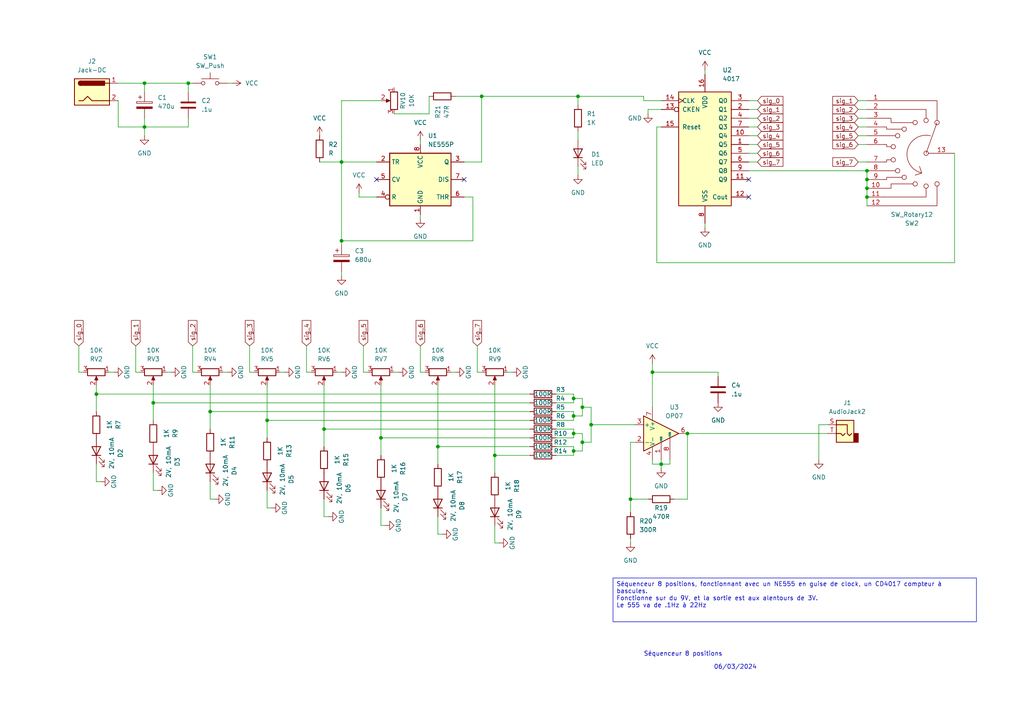
<source format=kicad_sch>
(kicad_sch (version 20231120) (generator "eeschema") (generator_version "8.0")
  (paper "A4")
  (lib_symbols
    (symbol "4xxx:4017" (pin_names (offset 1.016))
      (property "Reference" "U" (at -7.62 16.51 0))
      (property "Value" "4017" (at -7.62 -19.05 0))
      (symbol "4017_1_0"
        (pin output line (at 12.7 0 180) (length 5.08) (name "Q5") (number "1"))
        (pin output line (at 12.7 2.54 180) (length 5.08) (name "Q4") (number "10"))
        (pin output line (at 12.7 -10.16 180) (length 5.08) (name "Q9") (number "11"))
        (pin output line (at 12.7 -15.24 180) (length 5.08) (name "Cout") (number "12"))
        (pin input inverted (at -12.7 10.16 0) (length 5.08) (name "CKEN") (number "13"))
        (pin input clock (at -12.7 12.7 0) (length 5.08) (name "CLK") (number "14"))
        (pin input line (at -12.7 5.08 0) (length 5.08) (name "Reset") (number "15"))
        (pin power_in line (at 0 20.32 270) (length 5.08) (name "VDD") (number "16"))
        (pin output line (at 12.7 10.16 180) (length 5.08) (name "Q1") (number "2"))
        (pin output line (at 12.7 12.7 180) (length 5.08) (name "Q0") (number "3"))
        (pin output line (at 12.7 7.62 180) (length 5.08) (name "Q2") (number "4"))
        (pin output line (at 12.7 -2.54 180) (length 5.08) (name "Q6") (number "5"))
        (pin output line (at 12.7 -5.08 180) (length 5.08) (name "Q7") (number "6"))
        (pin output line (at 12.7 5.08 180) (length 5.08) (name "Q3") (number "7"))
        (pin power_in line (at 0 -22.86 90) (length 5.08) (name "VSS") (number "8"))
        (pin output line (at 12.7 -7.62 180) (length 5.08) (name "Q8") (number "9"))
      )
      (symbol "4017_1_1"
        (rectangle (start -7.62 15.24) (end 7.62 -17.78) (stroke (width 0.254)) (fill (type background)))
      )
    )
    (symbol "Amplifier_Operational:OP07" (pin_names (offset 0.127))
      (property "Reference" "U" (at 1.27 6.35 0))
      (property "Value" "OP07" (at 1.27 3.81 0))
      (symbol "OP07_0_1"
        (polyline (pts (xy -5.08 5.08) (xy 5.08 0) (xy -5.08 -5.08) (xy -5.08 5.08)) (stroke (width 0.254)) (fill (type background)))
      )
      (symbol "OP07_1_1"
        (pin input line (at 0 -7.62 90) (length 5.08) (name "VOS") (number "1"))
        (pin input line (at -7.62 -2.54 0) (length 2.54) (name "-") (number "2"))
        (pin input line (at -7.62 2.54 0) (length 2.54) (name "+") (number "3"))
        (pin power_in line (at -2.54 -7.62 90) (length 3.81) (name "V-") (number "4"))
        (pin no_connect line (at 0 2.54 270) (length 2.54) hide (name "NC") (number "5"))
        (pin output line (at 7.62 0 180) (length 2.54) (name "~") (number "6"))
        (pin power_in line (at -2.54 7.62 270) (length 3.81) (name "V+") (number "7"))
        (pin input line (at 2.54 -7.62 90) (length 6.35) (name "VOS") (number "8"))
      )
    )
    (symbol "Connector:Jack-DC" (pin_names (offset 1.016))
      (property "Reference" "J" (at 0 5.334 0))
      (property "Value" "Jack-DC" (at 0 -5.08 0))
      (symbol "Jack-DC_0_1"
        (rectangle (start -5.08 3.81) (end 5.08 -3.81) (stroke (width 0.254)) (fill (type background)))
        (arc (start -3.302 3.175) (mid -3.9343 2.54) (end -3.302 1.905) (stroke (width 0.254)))
        (arc (start -3.302 3.175) (mid -3.9343 2.54) (end -3.302 1.905) (stroke (width 0.254)) (fill (type outline)))
        (polyline (pts (xy 5.08 2.54) (xy 3.81 2.54)) (stroke (width 0.254)))
        (polyline (pts (xy -3.81 -2.54) (xy -2.54 -2.54) (xy -1.27 -1.27) (xy 0 -2.54) (xy 2.54 -2.54) (xy 5.08 -2.54)) (stroke (width 0.254)))
        (rectangle (start 3.683 3.175) (end -3.302 1.905) (stroke (width 0.254)) (fill (type outline)))
      )
      (symbol "Jack-DC_1_1"
        (pin passive line (at 7.62 2.54 180) (length 2.54) (name "~") (number "1"))
        (pin passive line (at 7.62 -2.54 180) (length 2.54) (name "~") (number "2"))
      )
    )
    (symbol "Connector_Audio:AudioJack2"
      (property "Reference" "J" (at 0 8.89 0))
      (property "Value" "AudioJack2" (at 0 6.35 0))
      (symbol "AudioJack2_0_1"
        (rectangle (start -3.81 0) (end -2.54 -2.54) (stroke (width 0.254)) (fill (type outline)))
        (rectangle (start -2.54 3.81) (end 2.54 -2.54) (stroke (width 0.254)) (fill (type background)))
        (polyline (pts (xy 0 0) (xy 0.635 -0.635) (xy 1.27 0) (xy 2.54 0)) (stroke (width 0.254)))
        (polyline (pts (xy 2.54 2.54) (xy -0.635 2.54) (xy -0.635 0) (xy -1.27 -0.635) (xy -1.905 0)) (stroke (width 0.254)))
      )
      (symbol "AudioJack2_1_1"
        (pin passive line (at 5.08 2.54 180) (length 2.54) (name "~") (number "S"))
        (pin passive line (at 5.08 0 180) (length 2.54) (name "~") (number "T"))
      )
    )
    (symbol "Device:C" (pin_numbers hide) (pin_names (offset 0.254))
      (property "Reference" "C" (at 0.635 2.54 0))
      (property "Value" "C" (at 0.635 -2.54 0))
      (symbol "C_0_1"
        (polyline (pts (xy -2.032 -0.762) (xy 2.032 -0.762)) (stroke (width 0.508)))
        (polyline (pts (xy -2.032 0.762) (xy 2.032 0.762)) (stroke (width 0.508)))
      )
      (symbol "C_1_1"
        (pin passive line (at 0 3.81 270) (length 2.794) (name "~") (number "1"))
        (pin passive line (at 0 -3.81 90) (length 2.794) (name "~") (number "2"))
      )
    )
    (symbol "Device:C_Polarized" (pin_numbers hide) (pin_names (offset 0.254))
      (property "Reference" "C" (at 0.635 2.54 0))
      (property "Value" "C_Polarized" (at 0.635 -2.54 0))
      (symbol "C_Polarized_0_1"
        (rectangle (start -2.286 0.508) (end 2.286 1.016))
        (polyline (pts (xy -1.778 2.286) (xy -0.762 2.286)))
        (polyline (pts (xy -1.27 2.794) (xy -1.27 1.778)))
        (rectangle (start 2.286 -0.508) (end -2.286 -1.016) (fill (type outline)))
      )
      (symbol "C_Polarized_1_1"
        (pin passive line (at 0 3.81 270) (length 2.794) (name "~") (number "1"))
        (pin passive line (at 0 -3.81 90) (length 2.794) (name "~") (number "2"))
      )
    )
    (symbol "Device:LED" (pin_numbers hide) (pin_names (offset 1.016) hide)
      (property "Reference" "D" (at 0 2.54 0))
      (property "Value" "LED" (at 0 -2.54 0))
      (symbol "LED_0_1"
        (polyline (pts (xy -1.27 -1.27) (xy -1.27 1.27)) (stroke (width 0.254)))
        (polyline (pts (xy -1.27 0) (xy 1.27 0)))
        (polyline (pts (xy 1.27 -1.27) (xy 1.27 1.27) (xy -1.27 0) (xy 1.27 -1.27)) (stroke (width 0.254)))
        (polyline (pts (xy -3.048 -0.762) (xy -4.572 -2.286) (xy -3.81 -2.286) (xy -4.572 -2.286) (xy -4.572 -1.524)))
        (polyline (pts (xy -1.778 -0.762) (xy -3.302 -2.286) (xy -2.54 -2.286) (xy -3.302 -2.286) (xy -3.302 -1.524)))
      )
      (symbol "LED_1_1"
        (pin passive line (at -3.81 0 0) (length 2.54) (name "K") (number "1"))
        (pin passive line (at 3.81 0 180) (length 2.54) (name "A") (number "2"))
      )
    )
    (symbol "Device:R" (pin_numbers hide) (pin_names (offset 0))
      (property "Reference" "R" (at 2.032 0 90))
      (property "Value" "R" (at 0 0 90))
      (symbol "R_0_1"
        (rectangle (start -1.016 -2.54) (end 1.016 2.54) (stroke (width 0.254)))
      )
      (symbol "R_1_1"
        (pin passive line (at 0 3.81 270) (length 1.27) (name "~") (number "1"))
        (pin passive line (at 0 -3.81 90) (length 1.27) (name "~") (number "2"))
      )
    )
    (symbol "Device:R_Potentiometer" (pin_names (offset 1.016) hide)
      (property "Reference" "RV" (at -4.445 0 90))
      (property "Value" "R_Potentiometer" (at -2.54 0 90))
      (symbol "R_Potentiometer_0_1"
        (polyline (pts (xy 2.54 0) (xy 1.524 0)))
        (polyline (pts (xy 1.143 0) (xy 2.286 0.508) (xy 2.286 -0.508) (xy 1.143 0)) (fill (type outline)))
        (rectangle (start 1.016 2.54) (end -1.016 -2.54) (stroke (width 0.254)))
      )
      (symbol "R_Potentiometer_1_1"
        (pin passive line (at 0 3.81 270) (length 1.27) (name "1") (number "1"))
        (pin passive line (at 3.81 0 180) (length 1.27) (name "2") (number "2"))
        (pin passive line (at 0 -3.81 90) (length 1.27) (name "3") (number "3"))
      )
    )
    (symbol "Switch:SW_Push" (pin_numbers hide) (pin_names (offset 1.016) hide)
      (property "Reference" "SW" (at 1.27 2.54 0))
      (property "Value" "SW_Push" (at 0 -1.524 0))
      (symbol "SW_Push_0_1"
        (circle (center -2.032 0) (radius 0.508))
        (polyline (pts (xy 0 1.27) (xy 0 3.048)))
        (polyline (pts (xy 2.54 1.27) (xy -2.54 1.27)))
        (circle (center 2.032 0) (radius 0.508))
        (pin passive line (at -5.08 0 0) (length 2.54) (name "1") (number "1"))
        (pin passive line (at 5.08 0 180) (length 2.54) (name "2") (number "2"))
      )
    )
    (symbol "Switch:SW_Rotary12" (pin_names (offset 1.016) hide)
      (property "Reference" "SW" (at 0 17.78 0))
      (property "Value" "SW_Rotary12" (at 0 -17.78 0))
      (symbol "SW_Rotary12_0_0"
        (circle (center -10.16 -8.89) (radius 0.635))
        (circle (center -10.16 8.89) (radius 0.635))
        (circle (center -6.985 -9.525) (radius 0.635))
        (circle (center -6.985 0) (radius 0.635))
        (circle (center -6.985 9.525) (radius 0.635))
        (arc (start -5.715 -5.715) (mid -1.5995 0.937) (end -8.255 5.08))
        (circle (center -3.81 -8.89) (radius 0.635))
        (circle (center -3.81 8.89) (radius 0.635))
        (circle (center -0.635 -6.985) (radius 0.635))
        (circle (center -0.635 6.985) (radius 0.635))
        (polyline (pts (xy -6.985 0) (xy -10.16 8.89)))
        (polyline (pts (xy -5.715 -5.715) (xy -5.08 -3.81)))
        (polyline (pts (xy -5.715 -5.715) (xy -3.81 -6.35)))
        (polyline (pts (xy 1.905 -5.08) (xy 5.08 -5.08)))
        (polyline (pts (xy 1.905 5.08) (xy 5.08 5.08)))
        (polyline (pts (xy -10.16 -9.525) (xy -10.16 -15.24) (xy 5.08 -15.24)))
        (polyline (pts (xy -10.16 9.525) (xy -10.16 15.24) (xy 5.08 15.24)))
        (polyline (pts (xy -6.985 -10.16) (xy -6.985 -12.7) (xy 5.08 -12.7)))
        (polyline (pts (xy -6.985 10.16) (xy -6.985 12.7) (xy 5.08 12.7)))
        (polyline (pts (xy -3.175 -8.89) (xy 3.175 -8.89) (xy 3.175 -10.16) (xy 5.08 -10.16)))
        (polyline (pts (xy -3.175 8.89) (xy 3.175 8.89) (xy 3.175 10.16) (xy 5.08 10.16)))
        (polyline (pts (xy 0 -6.985) (xy 4.445 -6.985) (xy 4.445 -7.62) (xy 5.08 -7.62)))
        (polyline (pts (xy 0 6.985) (xy 4.445 6.985) (xy 4.445 7.62) (xy 5.08 7.62)))
        (polyline (pts (xy 3.175 -1.905) (xy 4.445 -1.905) (xy 4.445 -2.54) (xy 5.08 -2.54)))
        (polyline (pts (xy 3.175 1.905) (xy 4.445 1.905) (xy 4.445 2.54) (xy 5.08 2.54)))
        (circle (center 1.27 -5.08) (radius 0.635))
        (circle (center 1.27 5.08) (radius 0.635))
        (circle (center 2.54 -1.905) (radius 0.635))
        (circle (center 2.54 1.905) (radius 0.635))
      )
      (symbol "SW_Rotary12_0_1"
        (pin passive line (at 10.16 15.24 180) (length 5.08) (name "1") (number "1"))
        (pin passive line (at 10.16 -10.16 180) (length 5.08) (name "10") (number "10"))
        (pin passive line (at 10.16 -12.7 180) (length 5.08) (name "11") (number "11"))
        (pin passive line (at 10.16 -15.24 180) (length 5.08) (name "12") (number "12"))
        (pin passive line (at -15.24 0 0) (length 7.62) (name "13") (number "13"))
        (pin passive line (at 10.16 12.7 180) (length 5.08) (name "2") (number "2"))
        (pin passive line (at 10.16 10.16 180) (length 5.08) (name "3") (number "3"))
        (pin passive line (at 10.16 7.62 180) (length 5.08) (name "4") (number "4"))
        (pin passive line (at 10.16 5.08 180) (length 5.08) (name "5") (number "5"))
        (pin passive line (at 10.16 2.54 180) (length 5.08) (name "6") (number "6"))
        (pin passive line (at 10.16 -2.54 180) (length 5.08) (name "7") (number "7"))
        (pin passive line (at 10.16 -5.08 180) (length 5.08) (name "8") (number "8"))
        (pin passive line (at 10.16 -7.62 180) (length 5.08) (name "9") (number "9"))
      )
    )
    (symbol "Timer:NE555P"
      (property "Reference" "U" (at -10.16 8.89 0))
      (property "Value" "NE555P" (at 2.54 8.89 0))
      (symbol "NE555P_0_0"
        (pin power_in line (at 0 -10.16 90) (length 2.54) (name "GND") (number "1"))
        (pin power_in line (at 0 10.16 270) (length 2.54) (name "VCC") (number "8"))
      )
      (symbol "NE555P_0_1"
        (rectangle (start -8.89 -7.62) (end 8.89 7.62) (stroke (width 0.254)) (fill (type background)))
        (rectangle (start -8.89 -7.62) (end 8.89 7.62) (stroke (width 0.254)) (fill (type background)))
      )
      (symbol "NE555P_1_1"
        (pin input line (at -12.7 5.08 0) (length 3.81) (name "TR") (number "2"))
        (pin output line (at 12.7 5.08 180) (length 3.81) (name "Q") (number "3"))
        (pin input inverted (at -12.7 -5.08 0) (length 3.81) (name "R") (number "4"))
        (pin input line (at -12.7 0 0) (length 3.81) (name "CV") (number "5"))
        (pin input line (at 12.7 -5.08 180) (length 3.81) (name "THR") (number "6"))
        (pin input line (at 12.7 0 180) (length 3.81) (name "DIS") (number "7"))
      )
    )
    (symbol "VCC_1" (power) (pin_numbers hide) (pin_names (offset 0) hide)
      (property "Value" "VCC" (at 0 3.556 0))
      (symbol "VCC_1_0_1"
        (polyline (pts (xy -0.762 1.27) (xy 0 2.54)))
        (polyline (pts (xy 0 0) (xy 0 2.54)))
        (polyline (pts (xy 0 2.54) (xy 0.762 1.27)))
      )
      (symbol "VCC_1_1_1"
        (pin power_in line (at 0 0 90) (length 0) (name "~") (number "1"))
      )
    )
    (symbol "power:GND" (power) (pin_names (offset 0))
      (property "Value" "GND" (at 0 -3.81 0))
      (symbol "GND_0_1"
        (polyline (pts (xy 0 0) (xy 0 -1.27) (xy 1.27 -1.27) (xy 0 -2.54) (xy -1.27 -1.27) (xy 0 -1.27)))
      )
      (symbol "GND_1_1"
        (pin power_in line (at 0 0 270) (length 0) hide (name "GND") (number "1"))
      )
    )
    (symbol "power:VCC" (power) (pin_names (offset 0))
      (property "Value" "VCC" (at 0 3.81 0))
      (symbol "VCC_0_1"
        (polyline (pts (xy -0.762 1.27) (xy 0 2.54)))
        (polyline (pts (xy 0 0) (xy 0 2.54)))
        (polyline (pts (xy 0 2.54) (xy 0.762 1.27)))
      )
      (symbol "VCC_1_1"
        (pin power_in line (at 0 0 90) (length 0) hide (name "VCC") (number "1"))
      )
    )
  )
  (junction (at 54.61 24.13))
  (junction (at 166.37 125.73))
  (junction (at 27.94 114.3))
  (junction (at 171.45 123.19))
  (junction (at 182.88 144.78))
  (junction (at 166.37 115.57))
  (junction (at 189.23 107.95))
  (junction (at 166.37 120.65))
  (junction (at 251.46 49.53))
  (junction (at 139.7 27.94))
  (junction (at 127 129.54))
  (junction (at 167.64 27.94))
  (junction (at 168.91 128.27))
  (junction (at 99.06 69.85))
  (junction (at 60.96 119.38))
  (junction (at 77.47 121.92))
  (junction (at 251.46 52.07))
  (junction (at 168.91 118.11))
  (junction (at 251.46 57.15))
  (junction (at 251.46 54.61))
  (junction (at 143.51 132.08))
  (junction (at 44.45 116.84))
  (junction (at 110.49 127))
  (junction (at 99.06 46.99))
  (junction (at 41.91 24.13))
  (junction (at 93.98 124.46))
  (junction (at 199.39 125.73))
  (junction (at 41.91 36.83))
  (junction (at 166.37 130.81))
  (junction (at 191.77 134.62))
  (no_connect (at 109.22 52.07))
  (no_connect (at 217.17 57.15))
  (no_connect (at 134.62 52.07))
  (no_connect (at 217.17 52.07))
  (wire (pts (xy 237.49 123.19) (xy 237.49 133.35)))
  (wire (pts (xy 110.49 29.21) (xy 99.06 29.21)))
  (wire (pts (xy 199.39 125.73) (xy 240.03 125.73)))
  (wire (pts (xy 186.69 27.94) (xy 186.69 29.21)))
  (wire (pts (xy 168.91 125.73) (xy 168.91 128.27)))
  (wire (pts (xy 99.06 29.21) (xy 99.06 46.99)))
  (wire (pts (xy 186.69 29.21) (xy 191.77 29.21)))
  (wire (pts (xy 248.92 31.75) (xy 251.46 31.75)))
  (wire (pts (xy 147.32 107.95) (xy 148.59 107.95)))
  (wire (pts (xy 34.29 36.83) (xy 41.91 36.83)))
  (wire (pts (xy 166.37 116.84) (xy 161.29 116.84)))
  (wire (pts (xy 54.61 26.67) (xy 54.61 24.13)))
  (wire (pts (xy 171.45 123.19) (xy 184.15 123.19)))
  (wire (pts (xy 143.51 157.48) (xy 143.51 152.4)))
  (wire (pts (xy 93.98 124.46) (xy 93.98 129.54)))
  (wire (pts (xy 168.91 115.57) (xy 168.91 118.11)))
  (wire (pts (xy 127 154.94) (xy 127 149.86)))
  (wire (pts (xy 189.23 134.62) (xy 191.77 134.62)))
  (wire (pts (xy 41.91 34.29) (xy 41.91 36.83)))
  (wire (pts (xy 104.14 55.88) (xy 104.14 57.15)))
  (wire (pts (xy 251.46 57.15) (xy 251.46 59.69)))
  (wire (pts (xy 161.29 114.3) (xy 166.37 114.3)))
  (wire (pts (xy 182.88 156.21) (xy 182.88 157.48)))
  (wire (pts (xy 204.47 20.32) (xy 204.47 21.59)))
  (wire (pts (xy 167.64 27.94) (xy 167.64 30.48)))
  (wire (pts (xy 88.9 100.33) (xy 88.9 107.95)))
  (wire (pts (xy 54.61 36.83) (xy 54.61 34.29)))
  (wire (pts (xy 248.92 34.29) (xy 251.46 34.29)))
  (wire (pts (xy 217.17 49.53) (xy 251.46 49.53)))
  (wire (pts (xy 27.94 114.3) (xy 27.94 119.38)))
  (wire (pts (xy 168.91 120.65) (xy 166.37 120.65)))
  (wire (pts (xy 189.23 133.35) (xy 189.23 134.62)))
  (wire (pts (xy 39.37 107.95) (xy 40.64 107.95)))
  (wire (pts (xy 127 129.54) (xy 153.67 129.54)))
  (wire (pts (xy 190.5 36.83) (xy 191.77 36.83)))
  (wire (pts (xy 99.06 69.85) (xy 99.06 71.12)))
  (wire (pts (xy 81.28 107.95) (xy 82.55 107.95)))
  (wire (pts (xy 110.49 127) (xy 153.67 127)))
  (wire (pts (xy 34.29 29.21) (xy 34.29 36.83)))
  (wire (pts (xy 105.41 100.33) (xy 105.41 107.95)))
  (wire (pts (xy 88.9 107.95) (xy 90.17 107.95)))
  (wire (pts (xy 189.23 105.41) (xy 189.23 107.95)))
  (wire (pts (xy 187.96 144.78) (xy 182.88 144.78)))
  (wire (pts (xy 66.04 24.13) (xy 67.31 24.13)))
  (wire (pts (xy 161.29 129.54) (xy 166.37 129.54)))
  (wire (pts (xy 276.86 44.45) (xy 276.86 76.2)))
  (wire (pts (xy 44.45 142.24) (xy 44.45 137.16)))
  (wire (pts (xy 121.92 62.23) (xy 121.92 63.5)))
  (wire (pts (xy 166.37 120.65) (xy 166.37 121.92)))
  (wire (pts (xy 41.91 36.83) (xy 54.61 36.83)))
  (wire (pts (xy 64.77 107.95) (xy 66.04 107.95)))
  (wire (pts (xy 137.16 57.15) (xy 137.16 69.85)))
  (wire (pts (xy 248.92 39.37) (xy 251.46 39.37)))
  (wire (pts (xy 44.45 111.76) (xy 44.45 116.84)))
  (wire (pts (xy 77.47 121.92) (xy 77.47 127)))
  (wire (pts (xy 143.51 132.08) (xy 143.51 137.16)))
  (wire (pts (xy 121.92 100.33) (xy 121.92 107.95)))
  (wire (pts (xy 114.3 107.95) (xy 115.57 107.95)))
  (wire (pts (xy 143.51 132.08) (xy 153.67 132.08)))
  (wire (pts (xy 93.98 124.46) (xy 153.67 124.46)))
  (wire (pts (xy 217.17 39.37) (xy 219.71 39.37)))
  (wire (pts (xy 77.47 111.76) (xy 77.47 121.92)))
  (wire (pts (xy 182.88 144.78) (xy 182.88 148.59)))
  (wire (pts (xy 251.46 54.61) (xy 251.46 57.15)))
  (wire (pts (xy 204.47 64.77) (xy 204.47 66.04)))
  (wire (pts (xy 217.17 44.45) (xy 219.71 44.45)))
  (wire (pts (xy 130.81 107.95) (xy 132.08 107.95)))
  (wire (pts (xy 168.91 118.11) (xy 171.45 118.11)))
  (wire (pts (xy 194.31 133.35) (xy 194.31 134.62)))
  (wire (pts (xy 27.94 139.7) (xy 29.21 139.7)))
  (wire (pts (xy 153.67 116.84) (xy 44.45 116.84)))
  (wire (pts (xy 167.64 48.26) (xy 167.64 50.8)))
  (wire (pts (xy 110.49 111.76) (xy 110.49 127)))
  (wire (pts (xy 124.46 33.02) (xy 124.46 27.94)))
  (wire (pts (xy 44.45 142.24) (xy 45.72 142.24)))
  (wire (pts (xy 132.08 27.94) (xy 139.7 27.94)))
  (wire (pts (xy 99.06 69.85) (xy 137.16 69.85)))
  (wire (pts (xy 191.77 135.89) (xy 191.77 134.62)))
  (wire (pts (xy 161.29 121.92) (xy 166.37 121.92)))
  (wire (pts (xy 39.37 100.33) (xy 39.37 107.95)))
  (wire (pts (xy 248.92 36.83) (xy 251.46 36.83)))
  (wire (pts (xy 99.06 78.74) (xy 99.06 80.01)))
  (wire (pts (xy 166.37 114.3) (xy 166.37 115.57)))
  (wire (pts (xy 60.96 144.78) (xy 60.96 139.7)))
  (wire (pts (xy 161.29 132.08) (xy 166.37 132.08)))
  (wire (pts (xy 167.64 27.94) (xy 186.69 27.94)))
  (wire (pts (xy 199.39 125.73) (xy 199.39 144.78)))
  (wire (pts (xy 134.62 57.15) (xy 137.16 57.15)))
  (wire (pts (xy 138.43 107.95) (xy 139.7 107.95)))
  (wire (pts (xy 189.23 107.95) (xy 189.23 118.11)))
  (wire (pts (xy 166.37 130.81) (xy 168.91 130.81)))
  (wire (pts (xy 167.64 38.1) (xy 167.64 40.64)))
  (wire (pts (xy 127 129.54) (xy 127 134.62)))
  (wire (pts (xy 110.49 152.4) (xy 110.49 147.32)))
  (wire (pts (xy 60.96 144.78) (xy 62.23 144.78)))
  (wire (pts (xy 27.94 139.7) (xy 27.94 134.62)))
  (wire (pts (xy 166.37 130.81) (xy 166.37 132.08)))
  (wire (pts (xy 97.79 107.95) (xy 99.06 107.95)))
  (wire (pts (xy 31.75 107.95) (xy 33.02 107.95)))
  (wire (pts (xy 248.92 46.99) (xy 251.46 46.99)))
  (wire (pts (xy 166.37 124.46) (xy 166.37 125.73)))
  (wire (pts (xy 143.51 157.48) (xy 144.78 157.48)))
  (wire (pts (xy 139.7 27.94) (xy 167.64 27.94)))
  (wire (pts (xy 191.77 133.35) (xy 191.77 134.62)))
  (wire (pts (xy 171.45 128.27) (xy 168.91 128.27)))
  (wire (pts (xy 60.96 111.76) (xy 60.96 119.38)))
  (wire (pts (xy 248.92 41.91) (xy 251.46 41.91)))
  (wire (pts (xy 134.62 46.99) (xy 139.7 46.99)))
  (wire (pts (xy 182.88 128.27) (xy 182.88 144.78)))
  (wire (pts (xy 105.41 107.95) (xy 106.68 107.95)))
  (wire (pts (xy 276.86 76.2) (xy 190.5 76.2)))
  (wire (pts (xy 77.47 147.32) (xy 78.74 147.32)))
  (wire (pts (xy 60.96 119.38) (xy 60.96 124.46)))
  (wire (pts (xy 217.17 36.83) (xy 219.71 36.83)))
  (wire (pts (xy 138.43 100.33) (xy 138.43 107.95)))
  (wire (pts (xy 166.37 125.73) (xy 166.37 127)))
  (wire (pts (xy 72.39 107.95) (xy 73.66 107.95)))
  (wire (pts (xy 77.47 121.92) (xy 153.67 121.92)))
  (wire (pts (xy 44.45 116.84) (xy 44.45 121.92)))
  (wire (pts (xy 194.31 134.62) (xy 191.77 134.62)))
  (wire (pts (xy 99.06 46.99) (xy 99.06 69.85)))
  (wire (pts (xy 41.91 24.13) (xy 54.61 24.13)))
  (wire (pts (xy 166.37 129.54) (xy 166.37 130.81)))
  (wire (pts (xy 166.37 119.38) (xy 166.37 120.65)))
  (wire (pts (xy 171.45 123.19) (xy 171.45 128.27)))
  (wire (pts (xy 77.47 147.32) (xy 77.47 142.24)))
  (wire (pts (xy 41.91 24.13) (xy 41.91 26.67)))
  (wire (pts (xy 110.49 127) (xy 110.49 132.08)))
  (wire (pts (xy 93.98 111.76) (xy 93.98 124.46)))
  (wire (pts (xy 139.7 27.94) (xy 139.7 46.99)))
  (wire (pts (xy 208.28 107.95) (xy 208.28 109.22)))
  (wire (pts (xy 153.67 114.3) (xy 27.94 114.3)))
  (wire (pts (xy 127 111.76) (xy 127 129.54)))
  (wire (pts (xy 41.91 36.83) (xy 41.91 39.37)))
  (wire (pts (xy 93.98 149.86) (xy 93.98 144.78)))
  (wire (pts (xy 199.39 144.78) (xy 195.58 144.78)))
  (wire (pts (xy 166.37 125.73) (xy 168.91 125.73)))
  (wire (pts (xy 121.92 40.64) (xy 121.92 41.91)))
  (wire (pts (xy 248.92 29.21) (xy 251.46 29.21)))
  (wire (pts (xy 240.03 123.19) (xy 237.49 123.19)))
  (wire (pts (xy 168.91 118.11) (xy 168.91 120.65)))
  (wire (pts (xy 55.88 100.33) (xy 55.88 107.95)))
  (wire (pts (xy 161.29 124.46) (xy 166.37 124.46)))
  (wire (pts (xy 166.37 115.57) (xy 168.91 115.57)))
  (wire (pts (xy 54.61 24.13) (xy 55.88 24.13)))
  (wire (pts (xy 60.96 119.38) (xy 153.67 119.38)))
  (wire (pts (xy 166.37 115.57) (xy 166.37 116.84)))
  (wire (pts (xy 168.91 128.27) (xy 168.91 130.81)))
  (wire (pts (xy 72.39 100.33) (xy 72.39 107.95)))
  (wire (pts (xy 27.94 111.76) (xy 27.94 114.3)))
  (wire (pts (xy 121.92 107.95) (xy 123.19 107.95)))
  (wire (pts (xy 217.17 41.91) (xy 219.71 41.91)))
  (wire (pts (xy 127 154.94) (xy 128.27 154.94)))
  (wire (pts (xy 34.29 24.13) (xy 41.91 24.13)))
  (wire (pts (xy 217.17 29.21) (xy 219.71 29.21)))
  (wire (pts (xy 48.26 107.95) (xy 49.53 107.95)))
  (wire (pts (xy 104.14 57.15) (xy 109.22 57.15)))
  (wire (pts (xy 171.45 118.11) (xy 171.45 123.19)))
  (wire (pts (xy 22.86 100.33) (xy 22.86 107.95)))
  (wire (pts (xy 161.29 119.38) (xy 166.37 119.38)))
  (wire (pts (xy 114.3 33.02) (xy 124.46 33.02)))
  (wire (pts (xy 217.17 46.99) (xy 219.71 46.99)))
  (wire (pts (xy 217.17 34.29) (xy 219.71 34.29)))
  (wire (pts (xy 93.98 149.86) (xy 95.25 149.86)))
  (wire (pts (xy 187.96 31.75) (xy 191.77 31.75)))
  (wire (pts (xy 184.15 128.27) (xy 182.88 128.27)))
  (wire (pts (xy 22.86 107.95) (xy 24.13 107.95)))
  (wire (pts (xy 92.71 46.99) (xy 99.06 46.99)))
  (wire (pts (xy 251.46 49.53) (xy 251.46 52.07)))
  (wire (pts (xy 109.22 46.99) (xy 99.06 46.99)))
  (wire (pts (xy 189.23 107.95) (xy 208.28 107.95)))
  (wire (pts (xy 190.5 36.83) (xy 190.5 76.2)))
  (wire (pts (xy 161.29 127) (xy 166.37 127)))
  (wire (pts (xy 143.51 111.76) (xy 143.51 132.08)))
  (wire (pts (xy 55.88 107.95) (xy 57.15 107.95)))
  (wire (pts (xy 187.96 31.75) (xy 187.96 33.02)))
  (wire (pts (xy 251.46 52.07) (xy 251.46 54.61)))
  (wire (pts (xy 110.49 152.4) (xy 111.76 152.4)))
  (wire (pts (xy 217.17 31.75) (xy 219.71 31.75)))
  (text_box "Séquenceur 8 positions, fonctionnant avec un NE555 en guise de clock, un CD4017 compteur à bascules.\nFonctionne sur du 9V, et la sortie est aux alentours de 3V.\nLe 555 va de .1Hz à 22Hz" (at 177.8 167.64 0) (size 105.41 12.7) (effects (font (size 1.27 1.27)) (justify left top)))
  (text "06/03/2024" (at 207.01 194.31 0) (effects (font (size 1.27 1.27)) (justify left bottom)))
  (text "Séquenceur 8 positions" (at 186.69 190.5 0) (effects (font (size 1.27 1.27)) (justify left bottom)))
  (global_label "sig_1" (shape input) (at 248.92 29.21 180) (property "Intersheetrefs" "${INTERSHEET_REFS}" (effects (hide yes))))
  (global_label "sig_2" (shape input) (at 219.71 34.29 0) (property "Intersheetrefs" "${INTERSHEET_REFS}" (effects (hide yes))))
  (global_label "sig_4" (shape input) (at 88.9 100.33 90) (property "Intersheetrefs" "${INTERSHEET_REFS}" (effects (hide yes))))
  (global_label "sig_4" (shape input) (at 219.71 39.37 0) (property "Intersheetrefs" "${INTERSHEET_REFS}" (effects (hide yes))))
  (global_label "sig_0" (shape input) (at 219.71 29.21 0) (property "Intersheetrefs" "${INTERSHEET_REFS}" (effects (hide yes))))
  (global_label "sig_5" (shape input) (at 248.92 39.37 180) (property "Intersheetrefs" "${INTERSHEET_REFS}" (effects (hide yes))))
  (global_label "sig_1" (shape input) (at 219.71 31.75 0) (property "Intersheetrefs" "${INTERSHEET_REFS}" (effects (hide yes))))
  (global_label "sig_2" (shape input) (at 248.92 31.75 180) (property "Intersheetrefs" "${INTERSHEET_REFS}" (effects (hide yes))))
  (global_label "sig_3" (shape input) (at 72.39 100.33 90) (property "Intersheetrefs" "${INTERSHEET_REFS}" (effects (hide yes))))
  (global_label "sig_6" (shape input) (at 121.92 100.33 90) (property "Intersheetrefs" "${INTERSHEET_REFS}" (effects (hide yes))))
  (global_label "sig_3" (shape input) (at 248.92 34.29 180) (property "Intersheetrefs" "${INTERSHEET_REFS}" (effects (hide yes))))
  (global_label "sig_6" (shape input) (at 248.92 41.91 180) (property "Intersheetrefs" "${INTERSHEET_REFS}" (effects (hide yes))))
  (global_label "sig_5" (shape input) (at 219.71 41.91 0) (property "Intersheetrefs" "${INTERSHEET_REFS}" (effects (hide yes))))
  (global_label "sig_4" (shape input) (at 248.92 36.83 180) (property "Intersheetrefs" "${INTERSHEET_REFS}" (effects (hide yes))))
  (global_label "sig_7" (shape input) (at 138.43 100.33 90) (property "Intersheetrefs" "${INTERSHEET_REFS}" (effects (hide yes))))
  (global_label "sig_7" (shape input) (at 248.92 46.99 180) (property "Intersheetrefs" "${INTERSHEET_REFS}" (effects (hide yes))))
  (global_label "sig_3" (shape input) (at 219.71 36.83 0) (property "Intersheetrefs" "${INTERSHEET_REFS}" (effects (hide yes))))
  (global_label "sig_1" (shape input) (at 39.37 100.33 90) (property "Intersheetrefs" "${INTERSHEET_REFS}" (effects (hide yes))))
  (global_label "sig_0" (shape input) (at 22.86 100.33 90) (property "Intersheetrefs" "${INTERSHEET_REFS}" (effects (hide yes))))
  (global_label "sig_2" (shape input) (at 55.88 100.33 90) (property "Intersheetrefs" "${INTERSHEET_REFS}" (effects (hide yes))))
  (global_label "sig_6" (shape input) (at 219.71 44.45 0) (property "Intersheetrefs" "${INTERSHEET_REFS}" (effects (hide yes))))
  (global_label "sig_7" (shape input) (at 219.71 46.99 0) (property "Intersheetrefs" "${INTERSHEET_REFS}" (effects (hide yes))))
  (global_label "sig_5" (shape input) (at 105.41 100.33 90) (property "Intersheetrefs" "${INTERSHEET_REFS}" (effects (hide yes))))
  (symbol (lib_id "Device:R_Potentiometer") (at 27.94 107.95 270) (unit 1)
    (property "Reference" "RV2" (at 27.94 104.14 90))
    (property "Value" "10K" (at 27.94 101.6 90))
    (property "Footprint" "User_added:POTENTIOMETER_BOARDMNT_VERTICAL" (effects (hide yes)))
  )
  (symbol (lib_id "power:GND") (at 66.04 107.95 90) (unit 1)
    (property "Reference" "#PWR016" (effects (hide yes)))
    (property "Value" "GND" (at 69.85 107.95 0))
  )
  (symbol (lib_id "power:VCC") (at 204.47 20.32 0) (unit 1)
    (property "Reference" "#PWR02" (effects (hide yes)))
    (property "Value" "VCC" (at 204.47 15.24 0))
  )
  (symbol (lib_id "Device:R") (at 60.96 128.27 0) (unit 1)
    (property "Reference" "R11" (at 67.31 128.27 90))
    (property "Value" "1K" (at 64.77 128.27 90))
    (property "Footprint" "Resistor_SMD:R_0603_1608Metric" (effects (hide yes)))
  )
  (symbol (lib_id "Device:R") (at 77.47 130.81 0) (unit 1)
    (property "Reference" "R13" (at 83.82 130.81 90))
    (property "Value" "1K" (at 81.28 130.81 90))
    (property "Footprint" "Resistor_SMD:R_0603_1608Metric" (effects (hide yes)))
  )
  (symbol (lib_id "Device:C_Polarized") (at 99.06 74.93 0) (unit 1)
    (property "Reference" "C3" (at 102.87 72.771 0) (effects (justify left)))
    (property "Value" "680u" (at 102.87 75.311 0) (effects (justify left)))
    (property "Footprint" "Capacitor_THT:CP_Radial_D10.0mm_P5.00mm" (effects (hide yes)))
  )
  (symbol (lib_id "power:GND") (at 62.23 144.78 90) (unit 1)
    (property "Reference" "#PWR027" (effects (hide yes)))
    (property "Value" "GND" (at 66.04 144.78 0))
  )
  (symbol (lib_id "Device:R") (at 157.48 127 90) (unit 1)
    (property "Reference" "R10" (at 162.56 125.73 90))
    (property "Value" "100R" (at 157.48 127 90))
    (property "Footprint" "Resistor_SMD:R_0603_1608Metric" (effects (hide yes)))
  )
  (symbol (lib_id "Device:R") (at 110.49 135.89 0) (unit 1)
    (property "Reference" "R16" (at 116.84 135.89 90))
    (property "Value" "1K" (at 114.3 135.89 90))
    (property "Footprint" "Resistor_SMD:R_0603_1608Metric" (effects (hide yes)))
  )
  (symbol (lib_id "power:GND") (at 187.96 33.02 0) (unit 1)
    (property "Reference" "#PWR05" (effects (hide yes)))
    (property "Value" "GND" (at 184.15 34.29 0))
  )
  (symbol (lib_id "Switch:SW_Rotary12") (at 261.62 44.45 0) (mirror y) (unit 1)
    (property "Reference" "SW2" (at 264.4775 64.77 0))
    (property "Value" "SW_Rotary12" (at 264.4775 62.23 0))
    (property "Footprint" "User_added:MC00L1NCQD" (effects (hide yes)))
    (property "Datasheet" "http://cdn-reichelt.de/documents/datenblatt/C200/DS-Serie%23LOR.pdf" (effects (hide yes)))
  )
  (symbol (lib_id "Device:R") (at 157.48 129.54 90) (unit 1)
    (property "Reference" "R12" (at 162.56 128.27 90))
    (property "Value" "100R" (at 157.48 129.54 90))
    (property "Footprint" "Resistor_SMD:R_0603_1608Metric" (effects (hide yes)))
  )
  (symbol (lib_id "Device:R") (at 157.48 121.92 90) (unit 1)
    (property "Reference" "R6" (at 162.56 120.65 90))
    (property "Value" "100R" (at 157.48 121.92 90))
    (property "Footprint" "Resistor_SMD:R_0603_1608Metric" (effects (hide yes)))
  )
  (symbol (lib_id "Device:R") (at 93.98 133.35 0) (unit 1)
    (property "Reference" "R15" (at 100.33 133.35 90))
    (property "Value" "1K" (at 97.79 133.35 90))
    (property "Footprint" "Resistor_SMD:R_0603_1608Metric" (effects (hide yes)))
  )
  (symbol (lib_id "power:GND") (at 45.72 142.24 90) (unit 1)
    (property "Reference" "#PWR026" (effects (hide yes)))
    (property "Value" "GND" (at 49.53 142.24 0))
  )
  (symbol (lib_id "Device:R") (at 157.48 124.46 90) (unit 1)
    (property "Reference" "R8" (at 162.56 123.19 90))
    (property "Value" "100R" (at 157.48 124.46 90))
    (property "Footprint" "Resistor_SMD:R_0603_1608Metric" (effects (hide yes)))
  )
  (symbol (lib_id "Device:R_Potentiometer") (at 93.98 107.95 270) (unit 1)
    (property "Reference" "RV6" (at 93.98 104.14 90))
    (property "Value" "10K" (at 93.98 101.6 90))
    (property "Footprint" "User_added:POTENTIOMETER_BOARDMNT_VERTICAL" (effects (hide yes)))
  )
  (symbol (lib_id "power:GND") (at 144.78 157.48 90) (unit 1)
    (property "Reference" "#PWR032" (effects (hide yes)))
    (property "Value" "GND" (at 148.59 157.48 0))
  )
  (symbol (lib_id "Switch:SW_Push") (at 60.96 24.13 0) (unit 1)
    (property "Reference" "SW1" (at 60.96 16.51 0))
    (property "Value" "SW_Push" (at 60.96 19.05 0))
    (property "Footprint" "User_added:PAD_2_std" (effects (hide yes)))
  )
  (symbol (lib_id "Device:R") (at 128.27 27.94 90) (mirror x) (unit 1)
    (property "Reference" "R21" (at 126.9999 30.48 0) (effects (justify left)))
    (property "Value" "47R" (at 129.5399 30.48 0) (effects (justify left)))
    (property "Footprint" "Resistor_SMD:R_0805_2012Metric" (effects (hide yes)))
  )
  (symbol (lib_id "Device:R") (at 167.64 34.29 0) (unit 1)
    (property "Reference" "R1" (at 170.18 33.02 0) (effects (justify left)))
    (property "Value" "1K" (at 170.18 35.56 0) (effects (justify left)))
    (property "Footprint" "Resistor_SMD:R_0603_1608Metric" (effects (hide yes)))
  )
  (symbol (lib_id "Device:R_Potentiometer") (at 143.51 107.95 270) (unit 1)
    (property "Reference" "RV9" (at 143.51 104.14 90))
    (property "Value" "10K" (at 143.51 101.6 90))
    (property "Footprint" "User_added:POTENTIOMETER_BOARDMNT_VERTICAL" (effects (hide yes)))
  )
  (symbol (lib_id "power:GND") (at 167.64 50.8 0) (unit 1)
    (property "Reference" "#PWR010" (effects (hide yes)))
    (property "Value" "GND" (at 167.64 55.88 0))
  )
  (symbol (lib_id "Connector_Audio:AudioJack2") (at 245.11 125.73 0) (mirror y) (unit 1)
    (property "Reference" "J1" (at 245.745 116.84 0))
    (property "Value" "AudioJack2" (at 245.745 119.38 0))
    (property "Footprint" "Connector_Audio:Jack_6.35mm_Neutrik_NJ2FD-V_Vertical" (effects (hide yes)))
  )
  (symbol (lib_id "Device:R") (at 191.77 144.78 270) (unit 1)
    (property "Reference" "R19" (at 191.77 147.32 90))
    (property "Value" "470R" (at 191.77 149.86 90))
    (property "Footprint" "Resistor_SMD:R_0805_2012Metric" (effects (hide yes)))
  )
  (symbol (lib_id "power:GND") (at 191.77 135.89 0) (unit 1)
    (property "Reference" "#PWR024" (effects (hide yes)))
    (property "Value" "GND" (at 191.77 140.97 0))
  )
  (symbol (lib_id "power:GND") (at 99.06 107.95 90) (unit 1)
    (property "Reference" "#PWR018" (effects (hide yes)))
    (property "Value" "GND" (at 102.87 107.95 0))
  )
  (symbol (lib_id "Device:LED") (at 127 146.05 90) (unit 1)
    (property "Reference" "D8" (at 133.985 146.685 0))
    (property "Value" "2V, 10mA" (at 131.445 146.685 0))
    (property "Footprint" "LED_THT:LED_D3.0mm" (effects (hide yes)))
  )
  (symbol (lib_id "power:GND") (at 132.08 107.95 90) (unit 1)
    (property "Reference" "#PWR020" (effects (hide yes)))
    (property "Value" "GND" (at 135.89 107.95 0))
  )
  (symbol (lib_id "power:GND") (at 208.28 116.84 0) (unit 1)
    (property "Reference" "#PWR022" (effects (hide yes)))
    (property "Value" "GND" (at 208.28 121.92 0))
  )
  (symbol (lib_id "Device:LED") (at 110.49 143.51 90) (unit 1)
    (property "Reference" "D7" (at 117.475 144.145 0))
    (property "Value" "2V, 10mA" (at 114.935 144.145 0))
    (property "Footprint" "LED_THT:LED_D3.0mm" (effects (hide yes)))
  )
  (symbol (lib_id "power:VCC") (at 121.92 40.64 0) (unit 1)
    (property "Reference" "#PWR01" (effects (hide yes)))
    (property "Value" "VCC" (at 121.92 35.56 0))
  )
  (symbol (lib_id "Device:R_Potentiometer") (at 110.49 107.95 270) (unit 1)
    (property "Reference" "RV7" (at 110.49 104.14 90))
    (property "Value" "10K" (at 110.49 101.6 90))
    (property "Footprint" "User_added:POTENTIOMETER_BOARDMNT_VERTICAL" (effects (hide yes)))
  )
  (symbol (lib_id "Device:LED") (at 60.96 135.89 90) (unit 1)
    (property "Reference" "D4" (at 67.945 136.525 0))
    (property "Value" "2V, 10mA" (at 65.405 136.525 0))
    (property "Footprint" "LED_THT:LED_D3.0mm" (effects (hide yes)))
  )
  (symbol (lib_id "power:GND") (at 237.49 133.35 0) (unit 1)
    (property "Reference" "#PWR023" (effects (hide yes)))
    (property "Value" "GND" (at 237.49 138.43 0))
  )
  (symbol (lib_id "Device:R") (at 44.45 125.73 0) (unit 1)
    (property "Reference" "R9" (at 50.8 125.73 90))
    (property "Value" "1K" (at 48.26 125.73 90))
    (property "Footprint" "Resistor_SMD:R_0603_1608Metric" (effects (hide yes)))
  )
  (symbol (lib_id "Device:R") (at 157.48 116.84 90) (unit 1)
    (property "Reference" "R4" (at 162.56 115.57 90))
    (property "Value" "100R" (at 157.48 116.84 90))
    (property "Footprint" "Resistor_SMD:R_0603_1608Metric" (effects (hide yes)))
  )
  (symbol (lib_id "Device:R") (at 182.88 152.4 0) (unit 1)
    (property "Reference" "R20" (at 185.42 151.13 0) (effects (justify left)))
    (property "Value" "300R" (at 185.42 153.67 0) (effects (justify left)))
    (property "Footprint" "Resistor_SMD:R_0805_2012Metric" (effects (hide yes)))
  )
  (symbol (lib_id "Device:R") (at 127 138.43 0) (unit 1)
    (property "Reference" "R17" (at 133.35 138.43 90))
    (property "Value" "1K" (at 130.81 138.43 90))
    (property "Footprint" "Resistor_SMD:R_0603_1608Metric" (effects (hide yes)))
  )
  (symbol (lib_id "power:VCC") (at 67.31 24.13 270) (unit 1)
    (property "Reference" "#PWR04" (effects (hide yes)))
    (property "Value" "VCC" (at 71.12 24.13 90) (effects (justify left)))
  )
  (symbol (lib_id "Device:R") (at 157.48 119.38 90) (unit 1)
    (property "Reference" "R5" (at 162.56 118.11 90))
    (property "Value" "100R" (at 157.48 119.38 90))
    (property "Footprint" "Resistor_SMD:R_0603_1608Metric" (effects (hide yes)))
  )
  (symbol (lib_id "power:GND") (at 182.88 157.48 0) (unit 1)
    (property "Reference" "#PWR033" (effects (hide yes)))
    (property "Value" "GND" (at 182.88 162.56 0))
  )
  (symbol (lib_id "power:GND") (at 121.92 63.5 0) (unit 1)
    (property "Reference" "#PWR09" (effects (hide yes)))
    (property "Value" "GND" (at 121.92 68.58 0))
  )
  (symbol (lib_id "power:GND") (at 82.55 107.95 90) (unit 1)
    (property "Reference" "#PWR017" (effects (hide yes)))
    (property "Value" "GND" (at 86.36 107.95 0))
  )
  (symbol (lib_id "Device:LED") (at 77.47 138.43 90) (unit 1)
    (property "Reference" "D5" (at 84.455 139.065 0))
    (property "Value" "2V, 10mA" (at 81.915 139.065 0))
    (property "Footprint" "LED_THT:LED_D3.0mm" (effects (hide yes)))
  )
  (symbol (lib_id "Device:LED") (at 93.98 140.97 90) (unit 1)
    (property "Reference" "D6" (at 100.965 141.605 0))
    (property "Value" "2V, 10mA" (at 98.425 141.605 0))
    (property "Footprint" "LED_THT:LED_D3.0mm" (effects (hide yes)))
  )
  (symbol (lib_id "power:GND") (at 29.21 139.7 90) (unit 1)
    (property "Reference" "#PWR025" (effects (hide yes)))
    (property "Value" "GND" (at 33.02 139.7 0))
  )
  (symbol (lib_id "power:GND") (at 148.59 107.95 90) (unit 1)
    (property "Reference" "#PWR021" (effects (hide yes)))
    (property "Value" "GND" (at 152.4 107.95 0))
  )
  (symbol (lib_id "power:GND") (at 115.57 107.95 90) (unit 1)
    (property "Reference" "#PWR019" (effects (hide yes)))
    (property "Value" "GND" (at 119.38 107.95 0))
  )
  (symbol (lib_id "Device:R_Potentiometer") (at 60.96 107.95 270) (unit 1)
    (property "Reference" "RV4" (at 60.96 104.14 90))
    (property "Value" "10K" (at 60.96 101.6 90))
    (property "Footprint" "User_added:POTENTIOMETER_BOARDMNT_VERTICAL" (effects (hide yes)))
  )
  (symbol (lib_id "Device:C") (at 54.61 30.48 0) (unit 1)
    (property "Reference" "C2" (at 58.42 29.21 0) (effects (justify left)))
    (property "Value" ".1u" (at 58.42 31.75 0) (effects (justify left)))
    (property "Footprint" "Capacitor_SMD:C_0805_2012Metric" (effects (hide yes)))
  )
  (symbol (lib_id "4xxx:4017") (at 204.47 41.91 0) (unit 1)
    (property "Reference" "U2" (at 209.55 20.32 0) (effects (justify left)))
    (property "Value" "4017" (at 209.55 22.86 0) (effects (justify left)))
    (property "Footprint" "User_added:CD4017BM" (effects (hide yes)))
    (property "Datasheet" "http://www.intersil.com/content/dam/Intersil/documents/cd40/cd4017bms-22bms.pdf" (effects (hide yes)))
  )
  (symbol (lib_id "Device:R_Potentiometer") (at 44.45 107.95 270) (unit 1)
    (property "Reference" "RV3" (at 44.45 104.14 90))
    (property "Value" "10K" (at 44.45 101.6 90))
    (property "Footprint" "User_added:POTENTIOMETER_BOARDMNT_VERTICAL" (effects (hide yes)))
  )
  (symbol (lib_id "Device:C_Polarized") (at 41.91 30.48 0) (unit 1)
    (property "Reference" "C1" (at 45.72 28.321 0) (effects (justify left)))
    (property "Value" "470u" (at 45.72 30.861 0) (effects (justify left)))
    (property "Footprint" "Capacitor_THT:CP_Radial_D5.0mm_P2.50mm" (effects (hide yes)))
  )
  (symbol (lib_id "power:GND") (at 33.02 107.95 90) (unit 1)
    (property "Reference" "#PWR014" (effects (hide yes)))
    (property "Value" "GND" (at 36.83 107.95 0))
  )
  (symbol (lib_id "Device:R_Potentiometer") (at 77.47 107.95 270) (unit 1)
    (property "Reference" "RV5" (at 77.47 104.14 90))
    (property "Value" "10K" (at 77.47 101.6 90))
    (property "Footprint" "User_added:POTENTIOMETER_BOARDMNT_VERTICAL" (effects (hide yes)))
  )
  (symbol (lib_id "Device:R") (at 143.51 140.97 0) (unit 1)
    (property "Reference" "R18" (at 149.86 140.97 90))
    (property "Value" "1K" (at 147.32 140.97 90))
    (property "Footprint" "Resistor_SMD:R_0603_1608Metric" (effects (hide yes)))
  )
  (symbol (lib_id "power:GND") (at 111.76 152.4 90) (unit 1)
    (property "Reference" "#PWR030" (effects (hide yes)))
    (property "Value" "GND" (at 115.57 152.4 0))
  )
  (symbol (lib_id "Timer:NE555P") (at 121.92 52.07 0) (unit 1)
    (property "Reference" "U1" (at 124.1141 39.37 0) (effects (justify left)))
    (property "Value" "NE555P" (at 124.1141 41.91 0) (effects (justify left)))
    (property "Footprint" "Package_DIP:DIP-8_W7.62mm" (effects (hide yes)))
    (property "Datasheet" "http://www.ti.com/lit/ds/symlink/ne555.pdf" (effects (hide yes)))
  )
  (symbol (lib_id "Amplifier_Operational:OP07") (at 191.77 125.73 0) (unit 1)
    (property "Reference" "U3" (at 195.58 118.11 0))
    (property "Value" "OP07" (at 195.58 120.65 0))
    (property "Footprint" "User_added:DIP-8" (effects (hide yes)))
    (property "Datasheet" "https://www.analog.com/media/en/technical-documentation/data-sheets/OP07.pdf" (effects (hide yes)))
  )
  (symbol (lib_id "power:GND") (at 128.27 154.94 90) (unit 1)
    (property "Reference" "#PWR031" (effects (hide yes)))
    (property "Value" "GND" (at 132.08 154.94 0))
  )
  (symbol (lib_id "Device:LED") (at 27.94 130.81 90) (unit 1)
    (property "Reference" "D2" (at 34.925 131.445 0))
    (property "Value" "2V, 10mA" (at 32.385 131.445 0))
    (property "Footprint" "LED_THT:LED_D3.0mm" (effects (hide yes)))
  )
  (symbol (lib_id "Device:R") (at 157.48 114.3 90) (unit 1)
    (property "Reference" "R3" (at 162.56 113.03 90))
    (property "Value" "100R" (at 157.48 114.3 90))
    (property "Footprint" "Resistor_SMD:R_0603_1608Metric" (effects (hide yes)))
  )
  (symbol (lib_id "Device:LED") (at 167.64 44.45 90) (unit 1)
    (property "Reference" "D1" (at 171.45 44.7675 90) (effects (justify right)))
    (property "Value" "LED" (at 171.45 47.3075 90) (effects (justify right)))
    (property "Footprint" "LED_THT:LED_D3.0mm" (effects (hide yes)))
  )
  (symbol (lib_id "Device:C") (at 208.28 113.03 0) (unit 1)
    (property "Reference" "C4" (at 212.09 111.76 0) (effects (justify left)))
    (property "Value" ".1u" (at 212.09 114.3 0) (effects (justify left)))
    (property "Footprint" "Capacitor_SMD:C_0805_2012Metric" (effects (hide yes)))
  )
  (symbol (lib_id "Device:R") (at 92.71 43.18 180) (unit 1)
    (property "Reference" "R2" (at 95.25 41.9099 0) (effects (justify right)))
    (property "Value" "R" (at 95.25 44.4499 0) (effects (justify right)))
    (property "Description" "Resistor" (effects (hide yes)))
  )
  (symbol (lib_id "Connector:Jack-DC") (at 26.67 26.67 0) (unit 1)
    (property "Reference" "J2" (at 26.67 17.78 0))
    (property "Value" "Jack-DC" (at 26.67 20.32 0))
    (property "Footprint" "Connector_BarrelJack:BarrelJack_SwitchcraftConxall_RAPC10U_Horizontal" (effects (hide yes)))
  )
  (symbol (lib_id "Device:R_Potentiometer") (at 127 107.95 270) (unit 1)
    (property "Reference" "RV8" (at 127 104.14 90))
    (property "Value" "10K" (at 127 101.6 90))
    (property "Footprint" "User_added:POTENTIOMETER_BOARDMNT_VERTICAL" (effects (hide yes)))
  )
  (symbol (lib_id "power:GND") (at 49.53 107.95 90) (unit 1)
    (property "Reference" "#PWR015" (effects (hide yes)))
    (property "Value" "GND" (at 53.34 107.95 0))
  )
  (symbol (lib_name "VCC_1") (lib_id "power:VCC") (at 92.71 39.37 0) (unit 1)
    (property "Reference" "#PWR03" (effects (hide yes)))
    (property "Value" "VCC" (at 92.71 34.29 0))
    (property "Description" "Power symbol creates a global label with name \"VCC\"" (effects (hide yes)))
  )
  (symbol (lib_id "Device:R_Potentiometer") (at 114.3 29.21 0) (mirror y) (unit 1)
    (property "Reference" "RV10" (at 116.84 29.21 90))
    (property "Value" "10K" (at 119.38 29.21 90))
    (property "Footprint" "User_added:POTENTIOMETER_BOARDMNT_VERTICAL" (effects (hide yes)))
  )
  (symbol (lib_id "power:GND") (at 99.06 80.01 0) (unit 1)
    (property "Reference" "#PWR012" (effects (hide yes)))
    (property "Value" "GND" (at 99.06 85.09 0))
  )
  (symbol (lib_id "Device:R") (at 157.48 132.08 90) (unit 1)
    (property "Reference" "R14" (at 162.56 130.81 90))
    (property "Value" "100R" (at 157.48 132.08 90))
    (property "Footprint" "Resistor_SMD:R_0603_1608Metric" (effects (hide yes)))
  )
  (symbol (lib_id "power:VCC") (at 189.23 105.41 0) (unit 1)
    (property "Reference" "#PWR013" (effects (hide yes)))
    (property "Value" "VCC" (at 189.23 100.33 0))
  )
  (symbol (lib_id "Device:LED") (at 44.45 133.35 90) (unit 1)
    (property "Reference" "D3" (at 51.435 133.985 0))
    (property "Value" "2V, 10mA" (at 48.895 133.985 0))
    (property "Footprint" "LED_THT:LED_D3.0mm" (effects (hide yes)))
  )
  (symbol (lib_id "power:GND") (at 78.74 147.32 90) (unit 1)
    (property "Reference" "#PWR028" (effects (hide yes)))
    (property "Value" "GND" (at 82.55 147.32 0))
  )
  (symbol (lib_id "power:GND") (at 41.91 39.37 0) (unit 1)
    (property "Reference" "#PWR08" (effects (hide yes)))
    (property "Value" "GND" (at 41.91 44.45 0))
  )
  (symbol (lib_id "Device:R") (at 27.94 123.19 0) (unit 1)
    (property "Reference" "R7" (at 34.29 123.19 90))
    (property "Value" "1K" (at 31.75 123.19 90))
    (property "Footprint" "Resistor_SMD:R_0603_1608Metric" (effects (hide yes)))
  )
  (symbol (lib_id "power:GND") (at 204.47 66.04 0) (unit 1)
    (property "Reference" "#PWR011" (effects (hide yes)))
    (property "Value" "GND" (at 204.47 71.12 0))
  )
  (symbol (lib_id "power:VCC") (at 104.14 55.88 0) (unit 1)
    (property "Reference" "#PWR07" (effects (hide yes)))
    (property "Value" "VCC" (at 104.14 50.8 0))
  )
  (symbol (lib_id "power:GND") (at 95.25 149.86 90) (unit 1)
    (property "Reference" "#PWR029" (effects (hide yes)))
    (property "Value" "GND" (at 99.06 149.86 0))
  )
  (symbol (lib_id "Device:LED") (at 143.51 148.59 90) (unit 1)
    (property "Reference" "D9" (at 150.495 149.225 0))
    (property "Value" "2V, 10mA" (at 147.955 149.225 0))
    (property "Footprint" "LED_THT:LED_D3.0mm" (effects (hide yes)))
  )
)
</source>
